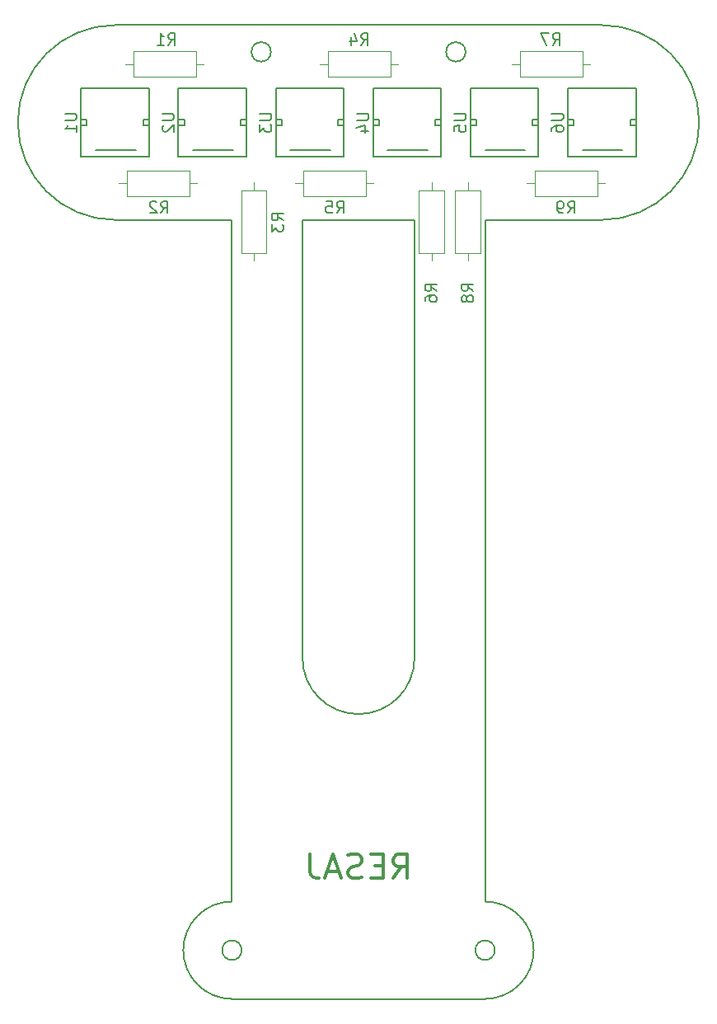
<source format=gbo>
G04 #@! TF.FileFunction,Legend,Bot*
%FSLAX46Y46*%
G04 Gerber Fmt 4.6, Leading zero omitted, Abs format (unit mm)*
G04 Created by KiCad (PCBNEW 4.0.6) date 07/01/17 21:38:31*
%MOMM*%
%LPD*%
G01*
G04 APERTURE LIST*
%ADD10C,0.100000*%
%ADD11C,0.300000*%
%ADD12C,0.150000*%
%ADD13C,0.120000*%
%ADD14C,0.200000*%
%ADD15C,2.000000*%
%ADD16O,2.000000X2.000000*%
%ADD17R,2.000000X2.800000*%
%ADD18O,2.000000X2.800000*%
%ADD19C,1.800000*%
%ADD20R,2.100000X2.100000*%
%ADD21O,2.100000X2.100000*%
G04 APERTURE END LIST*
D10*
D11*
X38571428Y12369048D02*
X39404762Y13559524D01*
X40000000Y12369048D02*
X40000000Y14869048D01*
X39047619Y14869048D01*
X38809524Y14750000D01*
X38690476Y14630952D01*
X38571428Y14392857D01*
X38571428Y14035714D01*
X38690476Y13797619D01*
X38809524Y13678571D01*
X39047619Y13559524D01*
X40000000Y13559524D01*
X37500000Y13678571D02*
X36666667Y13678571D01*
X36309524Y12369048D02*
X37500000Y12369048D01*
X37500000Y14869048D01*
X36309524Y14869048D01*
X35357143Y12488095D02*
X35000000Y12369048D01*
X34404762Y12369048D01*
X34166666Y12488095D01*
X34047619Y12607143D01*
X33928571Y12845238D01*
X33928571Y13083333D01*
X34047619Y13321429D01*
X34166666Y13440476D01*
X34404762Y13559524D01*
X34880952Y13678571D01*
X35119047Y13797619D01*
X35238095Y13916667D01*
X35357143Y14154762D01*
X35357143Y14392857D01*
X35238095Y14630952D01*
X35119047Y14750000D01*
X34880952Y14869048D01*
X34285714Y14869048D01*
X33928571Y14750000D01*
X32976191Y13083333D02*
X31785714Y13083333D01*
X33214286Y12369048D02*
X32380952Y14869048D01*
X31547619Y12369048D01*
X30000000Y14869048D02*
X30000000Y13083333D01*
X30119048Y12726190D01*
X30357143Y12488095D01*
X30714286Y12369048D01*
X30952381Y12369048D01*
D12*
X48000000Y80000000D02*
X48000000Y10000000D01*
X22000000Y80000000D02*
X22000000Y10000000D01*
X60000000Y80000000D02*
X48000000Y80000000D01*
X10000000Y80000000D02*
X22000000Y80000000D01*
X29250000Y80000000D02*
X40750000Y80000000D01*
X29250000Y35000000D02*
G75*
G03X40750000Y35000000I5750000J0D01*
G01*
X40750000Y80000000D02*
X40750000Y35000000D01*
X29250000Y80000000D02*
X29250000Y35000000D01*
X22000000Y10000000D02*
G75*
G03X22000000Y0I0J-5000000D01*
G01*
X48000000Y10000000D02*
G75*
G02X48000000Y0I0J-5000000D01*
G01*
X22000000Y0D02*
X48000000Y0D01*
X49000000Y5000000D02*
G75*
G03X49000000Y5000000I-1000000J0D01*
G01*
X23000000Y5000000D02*
G75*
G03X23000000Y5000000I-1000000J0D01*
G01*
X10000000Y80000000D02*
G75*
G02X10000000Y100000000I0J10000000D01*
G01*
X60000000Y80000000D02*
G75*
G03X60000000Y100000000I0J10000000D01*
G01*
X10000000Y100000000D02*
X60000000Y100000000D01*
X46000000Y97250000D02*
G75*
G03X46000000Y97250000I-1000000J0D01*
G01*
X26000000Y97250000D02*
G75*
G03X26000000Y97250000I-1000000J0D01*
G01*
D13*
X11870000Y94690000D02*
X11870000Y97310000D01*
X11870000Y97310000D02*
X18290000Y97310000D01*
X18290000Y97310000D02*
X18290000Y94690000D01*
X18290000Y94690000D02*
X11870000Y94690000D01*
X10980000Y96000000D02*
X11870000Y96000000D01*
X19180000Y96000000D02*
X18290000Y96000000D01*
X17630000Y85060000D02*
X17630000Y82440000D01*
X17630000Y82440000D02*
X11210000Y82440000D01*
X11210000Y82440000D02*
X11210000Y85060000D01*
X11210000Y85060000D02*
X17630000Y85060000D01*
X18520000Y83750000D02*
X17630000Y83750000D01*
X10320000Y83750000D02*
X11210000Y83750000D01*
X25560000Y76620000D02*
X22940000Y76620000D01*
X22940000Y76620000D02*
X22940000Y83040000D01*
X22940000Y83040000D02*
X25560000Y83040000D01*
X25560000Y83040000D02*
X25560000Y76620000D01*
X24250000Y75730000D02*
X24250000Y76620000D01*
X24250000Y83930000D02*
X24250000Y83040000D01*
X31870000Y94690000D02*
X31870000Y97310000D01*
X31870000Y97310000D02*
X38290000Y97310000D01*
X38290000Y97310000D02*
X38290000Y94690000D01*
X38290000Y94690000D02*
X31870000Y94690000D01*
X30980000Y96000000D02*
X31870000Y96000000D01*
X39180000Y96000000D02*
X38290000Y96000000D01*
X29370000Y82440000D02*
X29370000Y85060000D01*
X29370000Y85060000D02*
X35790000Y85060000D01*
X35790000Y85060000D02*
X35790000Y82440000D01*
X35790000Y82440000D02*
X29370000Y82440000D01*
X28480000Y83750000D02*
X29370000Y83750000D01*
X36680000Y83750000D02*
X35790000Y83750000D01*
X43810000Y76620000D02*
X41190000Y76620000D01*
X41190000Y76620000D02*
X41190000Y83040000D01*
X41190000Y83040000D02*
X43810000Y83040000D01*
X43810000Y83040000D02*
X43810000Y76620000D01*
X42500000Y75730000D02*
X42500000Y76620000D01*
X42500000Y83930000D02*
X42500000Y83040000D01*
X51620000Y94690000D02*
X51620000Y97310000D01*
X51620000Y97310000D02*
X58040000Y97310000D01*
X58040000Y97310000D02*
X58040000Y94690000D01*
X58040000Y94690000D02*
X51620000Y94690000D01*
X50730000Y96000000D02*
X51620000Y96000000D01*
X58930000Y96000000D02*
X58040000Y96000000D01*
X47560000Y76620000D02*
X44940000Y76620000D01*
X44940000Y76620000D02*
X44940000Y83040000D01*
X44940000Y83040000D02*
X47560000Y83040000D01*
X47560000Y83040000D02*
X47560000Y76620000D01*
X46250000Y75730000D02*
X46250000Y76620000D01*
X46250000Y83930000D02*
X46250000Y83040000D01*
X53120000Y82440000D02*
X53120000Y85060000D01*
X53120000Y85060000D02*
X59540000Y85060000D01*
X59540000Y85060000D02*
X59540000Y82440000D01*
X59540000Y82440000D02*
X53120000Y82440000D01*
X52230000Y83750000D02*
X53120000Y83750000D01*
X60430000Y83750000D02*
X59540000Y83750000D01*
D14*
X61800000Y87200000D02*
X62100000Y87200000D01*
X58000000Y87200000D02*
X61800000Y87200000D01*
X63500000Y90300000D02*
X62900000Y90300000D01*
X62900000Y90300000D02*
X62900000Y89700000D01*
X62900000Y89700000D02*
X63500000Y89700000D01*
X56500000Y90300000D02*
X57100000Y90300000D01*
X57100000Y90300000D02*
X57100000Y89700000D01*
X57100000Y89700000D02*
X56500000Y89700000D01*
X56500000Y93500000D02*
X56500000Y86500000D01*
X56500000Y86500000D02*
X63500000Y86500000D01*
X63500000Y86500000D02*
X63500000Y93500000D01*
X63500000Y93500000D02*
X56500000Y93500000D01*
X51800000Y87200000D02*
X52100000Y87200000D01*
X48000000Y87200000D02*
X51800000Y87200000D01*
X53500000Y90300000D02*
X52900000Y90300000D01*
X52900000Y90300000D02*
X52900000Y89700000D01*
X52900000Y89700000D02*
X53500000Y89700000D01*
X46500000Y90300000D02*
X47100000Y90300000D01*
X47100000Y90300000D02*
X47100000Y89700000D01*
X47100000Y89700000D02*
X46500000Y89700000D01*
X46500000Y93500000D02*
X46500000Y86500000D01*
X46500000Y86500000D02*
X53500000Y86500000D01*
X53500000Y86500000D02*
X53500000Y93500000D01*
X53500000Y93500000D02*
X46500000Y93500000D01*
X41800000Y87200000D02*
X42100000Y87200000D01*
X38000000Y87200000D02*
X41800000Y87200000D01*
X43500000Y90300000D02*
X42900000Y90300000D01*
X42900000Y90300000D02*
X42900000Y89700000D01*
X42900000Y89700000D02*
X43500000Y89700000D01*
X36500000Y90300000D02*
X37100000Y90300000D01*
X37100000Y90300000D02*
X37100000Y89700000D01*
X37100000Y89700000D02*
X36500000Y89700000D01*
X36500000Y93500000D02*
X36500000Y86500000D01*
X36500000Y86500000D02*
X43500000Y86500000D01*
X43500000Y86500000D02*
X43500000Y93500000D01*
X43500000Y93500000D02*
X36500000Y93500000D01*
X31800000Y87200000D02*
X32100000Y87200000D01*
X28000000Y87200000D02*
X31800000Y87200000D01*
X33500000Y90300000D02*
X32900000Y90300000D01*
X32900000Y90300000D02*
X32900000Y89700000D01*
X32900000Y89700000D02*
X33500000Y89700000D01*
X26500000Y90300000D02*
X27100000Y90300000D01*
X27100000Y90300000D02*
X27100000Y89700000D01*
X27100000Y89700000D02*
X26500000Y89700000D01*
X26500000Y93500000D02*
X26500000Y86500000D01*
X26500000Y86500000D02*
X33500000Y86500000D01*
X33500000Y86500000D02*
X33500000Y93500000D01*
X33500000Y93500000D02*
X26500000Y93500000D01*
X21800000Y87200000D02*
X22100000Y87200000D01*
X18000000Y87200000D02*
X21800000Y87200000D01*
X23500000Y90300000D02*
X22900000Y90300000D01*
X22900000Y90300000D02*
X22900000Y89700000D01*
X22900000Y89700000D02*
X23500000Y89700000D01*
X16500000Y90300000D02*
X17100000Y90300000D01*
X17100000Y90300000D02*
X17100000Y89700000D01*
X17100000Y89700000D02*
X16500000Y89700000D01*
X16500000Y93500000D02*
X16500000Y86500000D01*
X16500000Y86500000D02*
X23500000Y86500000D01*
X23500000Y86500000D02*
X23500000Y93500000D01*
X23500000Y93500000D02*
X16500000Y93500000D01*
X11800000Y87200000D02*
X12100000Y87200000D01*
X8000000Y87200000D02*
X11800000Y87200000D01*
X13500000Y90300000D02*
X12900000Y90300000D01*
X12900000Y90300000D02*
X12900000Y89700000D01*
X12900000Y89700000D02*
X13500000Y89700000D01*
X6500000Y90300000D02*
X7100000Y90300000D01*
X7100000Y90300000D02*
X7100000Y89700000D01*
X7100000Y89700000D02*
X6500000Y89700000D01*
X6500000Y93500000D02*
X6500000Y86500000D01*
X6500000Y86500000D02*
X13500000Y86500000D01*
X13500000Y86500000D02*
X13500000Y93500000D01*
X13500000Y93500000D02*
X6500000Y93500000D01*
X15449999Y97957143D02*
X15849999Y98528571D01*
X16135714Y97957143D02*
X16135714Y99157143D01*
X15678571Y99157143D01*
X15564285Y99100000D01*
X15507142Y99042857D01*
X15449999Y98928571D01*
X15449999Y98757143D01*
X15507142Y98642857D01*
X15564285Y98585714D01*
X15678571Y98528571D01*
X16135714Y98528571D01*
X14307142Y97957143D02*
X14992857Y97957143D01*
X14649999Y97957143D02*
X14649999Y99157143D01*
X14764285Y98985714D01*
X14878571Y98871429D01*
X14992857Y98814286D01*
X14699999Y80707143D02*
X15099999Y81278571D01*
X15385714Y80707143D02*
X15385714Y81907143D01*
X14928571Y81907143D01*
X14814285Y81850000D01*
X14757142Y81792857D01*
X14699999Y81678571D01*
X14699999Y81507143D01*
X14757142Y81392857D01*
X14814285Y81335714D01*
X14928571Y81278571D01*
X15385714Y81278571D01*
X14242857Y81792857D02*
X14185714Y81850000D01*
X14071428Y81907143D01*
X13785714Y81907143D01*
X13671428Y81850000D01*
X13614285Y81792857D01*
X13557142Y81678571D01*
X13557142Y81564286D01*
X13614285Y81392857D01*
X14299999Y80707143D01*
X13557142Y80707143D01*
X27292857Y79949999D02*
X26721429Y80349999D01*
X27292857Y80635714D02*
X26092857Y80635714D01*
X26092857Y80178571D01*
X26150000Y80064285D01*
X26207143Y80007142D01*
X26321429Y79949999D01*
X26492857Y79949999D01*
X26607143Y80007142D01*
X26664286Y80064285D01*
X26721429Y80178571D01*
X26721429Y80635714D01*
X26092857Y79549999D02*
X26092857Y78807142D01*
X26550000Y79207142D01*
X26550000Y79035714D01*
X26607143Y78921428D01*
X26664286Y78864285D01*
X26778571Y78807142D01*
X27064286Y78807142D01*
X27178571Y78864285D01*
X27235714Y78921428D01*
X27292857Y79035714D01*
X27292857Y79378571D01*
X27235714Y79492857D01*
X27178571Y79549999D01*
X35279999Y97957143D02*
X35679999Y98528571D01*
X35965714Y97957143D02*
X35965714Y99157143D01*
X35508571Y99157143D01*
X35394285Y99100000D01*
X35337142Y99042857D01*
X35279999Y98928571D01*
X35279999Y98757143D01*
X35337142Y98642857D01*
X35394285Y98585714D01*
X35508571Y98528571D01*
X35965714Y98528571D01*
X34251428Y98757143D02*
X34251428Y97957143D01*
X34537142Y99214286D02*
X34822857Y98357143D01*
X34079999Y98357143D01*
X32779999Y80707143D02*
X33179999Y81278571D01*
X33465714Y80707143D02*
X33465714Y81907143D01*
X33008571Y81907143D01*
X32894285Y81850000D01*
X32837142Y81792857D01*
X32779999Y81678571D01*
X32779999Y81507143D01*
X32837142Y81392857D01*
X32894285Y81335714D01*
X33008571Y81278571D01*
X33465714Y81278571D01*
X31694285Y81907143D02*
X32265714Y81907143D01*
X32322857Y81335714D01*
X32265714Y81392857D01*
X32151428Y81450000D01*
X31865714Y81450000D01*
X31751428Y81392857D01*
X31694285Y81335714D01*
X31637142Y81221429D01*
X31637142Y80935714D01*
X31694285Y80821429D01*
X31751428Y80764286D01*
X31865714Y80707143D01*
X32151428Y80707143D01*
X32265714Y80764286D01*
X32322857Y80821429D01*
X43042857Y72699999D02*
X42471429Y73099999D01*
X43042857Y73385714D02*
X41842857Y73385714D01*
X41842857Y72928571D01*
X41900000Y72814285D01*
X41957143Y72757142D01*
X42071429Y72699999D01*
X42242857Y72699999D01*
X42357143Y72757142D01*
X42414286Y72814285D01*
X42471429Y72928571D01*
X42471429Y73385714D01*
X41842857Y71671428D02*
X41842857Y71899999D01*
X41900000Y72014285D01*
X41957143Y72071428D01*
X42128571Y72185714D01*
X42357143Y72242857D01*
X42814286Y72242857D01*
X42928571Y72185714D01*
X42985714Y72128571D01*
X43042857Y72014285D01*
X43042857Y71785714D01*
X42985714Y71671428D01*
X42928571Y71614285D01*
X42814286Y71557142D01*
X42528571Y71557142D01*
X42414286Y71614285D01*
X42357143Y71671428D01*
X42300000Y71785714D01*
X42300000Y72014285D01*
X42357143Y72128571D01*
X42414286Y72185714D01*
X42528571Y72242857D01*
X54949999Y97957143D02*
X55349999Y98528571D01*
X55635714Y97957143D02*
X55635714Y99157143D01*
X55178571Y99157143D01*
X55064285Y99100000D01*
X55007142Y99042857D01*
X54949999Y98928571D01*
X54949999Y98757143D01*
X55007142Y98642857D01*
X55064285Y98585714D01*
X55178571Y98528571D01*
X55635714Y98528571D01*
X54549999Y99157143D02*
X53749999Y99157143D01*
X54264285Y97957143D01*
X46792857Y72699999D02*
X46221429Y73099999D01*
X46792857Y73385714D02*
X45592857Y73385714D01*
X45592857Y72928571D01*
X45650000Y72814285D01*
X45707143Y72757142D01*
X45821429Y72699999D01*
X45992857Y72699999D01*
X46107143Y72757142D01*
X46164286Y72814285D01*
X46221429Y72928571D01*
X46221429Y73385714D01*
X46107143Y72014285D02*
X46050000Y72128571D01*
X45992857Y72185714D01*
X45878571Y72242857D01*
X45821429Y72242857D01*
X45707143Y72185714D01*
X45650000Y72128571D01*
X45592857Y72014285D01*
X45592857Y71785714D01*
X45650000Y71671428D01*
X45707143Y71614285D01*
X45821429Y71557142D01*
X45878571Y71557142D01*
X45992857Y71614285D01*
X46050000Y71671428D01*
X46107143Y71785714D01*
X46107143Y72014285D01*
X46164286Y72128571D01*
X46221429Y72185714D01*
X46335714Y72242857D01*
X46564286Y72242857D01*
X46678571Y72185714D01*
X46735714Y72128571D01*
X46792857Y72014285D01*
X46792857Y71785714D01*
X46735714Y71671428D01*
X46678571Y71614285D01*
X46564286Y71557142D01*
X46335714Y71557142D01*
X46221429Y71614285D01*
X46164286Y71671428D01*
X46107143Y71785714D01*
X56529999Y80707143D02*
X56929999Y81278571D01*
X57215714Y80707143D02*
X57215714Y81907143D01*
X56758571Y81907143D01*
X56644285Y81850000D01*
X56587142Y81792857D01*
X56529999Y81678571D01*
X56529999Y81507143D01*
X56587142Y81392857D01*
X56644285Y81335714D01*
X56758571Y81278571D01*
X57215714Y81278571D01*
X55958571Y80707143D02*
X55729999Y80707143D01*
X55615714Y80764286D01*
X55558571Y80821429D01*
X55444285Y80992857D01*
X55387142Y81221429D01*
X55387142Y81678571D01*
X55444285Y81792857D01*
X55501428Y81850000D01*
X55615714Y81907143D01*
X55844285Y81907143D01*
X55958571Y81850000D01*
X56015714Y81792857D01*
X56072857Y81678571D01*
X56072857Y81392857D01*
X56015714Y81278571D01*
X55958571Y81221429D01*
X55844285Y81164286D01*
X55615714Y81164286D01*
X55501428Y81221429D01*
X55444285Y81278571D01*
X55387142Y81392857D01*
X54842857Y90914286D02*
X55814286Y90914286D01*
X55928571Y90857143D01*
X55985714Y90800000D01*
X56042857Y90685714D01*
X56042857Y90457143D01*
X55985714Y90342857D01*
X55928571Y90285714D01*
X55814286Y90228571D01*
X54842857Y90228571D01*
X54842857Y89142857D02*
X54842857Y89371428D01*
X54900000Y89485714D01*
X54957143Y89542857D01*
X55128571Y89657143D01*
X55357143Y89714286D01*
X55814286Y89714286D01*
X55928571Y89657143D01*
X55985714Y89600000D01*
X56042857Y89485714D01*
X56042857Y89257143D01*
X55985714Y89142857D01*
X55928571Y89085714D01*
X55814286Y89028571D01*
X55528571Y89028571D01*
X55414286Y89085714D01*
X55357143Y89142857D01*
X55300000Y89257143D01*
X55300000Y89485714D01*
X55357143Y89600000D01*
X55414286Y89657143D01*
X55528571Y89714286D01*
X44842857Y90914286D02*
X45814286Y90914286D01*
X45928571Y90857143D01*
X45985714Y90800000D01*
X46042857Y90685714D01*
X46042857Y90457143D01*
X45985714Y90342857D01*
X45928571Y90285714D01*
X45814286Y90228571D01*
X44842857Y90228571D01*
X44842857Y89085714D02*
X44842857Y89657143D01*
X45414286Y89714286D01*
X45357143Y89657143D01*
X45300000Y89542857D01*
X45300000Y89257143D01*
X45357143Y89142857D01*
X45414286Y89085714D01*
X45528571Y89028571D01*
X45814286Y89028571D01*
X45928571Y89085714D01*
X45985714Y89142857D01*
X46042857Y89257143D01*
X46042857Y89542857D01*
X45985714Y89657143D01*
X45928571Y89714286D01*
X34842857Y90914286D02*
X35814286Y90914286D01*
X35928571Y90857143D01*
X35985714Y90800000D01*
X36042857Y90685714D01*
X36042857Y90457143D01*
X35985714Y90342857D01*
X35928571Y90285714D01*
X35814286Y90228571D01*
X34842857Y90228571D01*
X35242857Y89142857D02*
X36042857Y89142857D01*
X34785714Y89428571D02*
X35642857Y89714286D01*
X35642857Y88971428D01*
X24842857Y90914286D02*
X25814286Y90914286D01*
X25928571Y90857143D01*
X25985714Y90800000D01*
X26042857Y90685714D01*
X26042857Y90457143D01*
X25985714Y90342857D01*
X25928571Y90285714D01*
X25814286Y90228571D01*
X24842857Y90228571D01*
X24842857Y89771428D02*
X24842857Y89028571D01*
X25300000Y89428571D01*
X25300000Y89257143D01*
X25357143Y89142857D01*
X25414286Y89085714D01*
X25528571Y89028571D01*
X25814286Y89028571D01*
X25928571Y89085714D01*
X25985714Y89142857D01*
X26042857Y89257143D01*
X26042857Y89600000D01*
X25985714Y89714286D01*
X25928571Y89771428D01*
X14842857Y90914286D02*
X15814286Y90914286D01*
X15928571Y90857143D01*
X15985714Y90800000D01*
X16042857Y90685714D01*
X16042857Y90457143D01*
X15985714Y90342857D01*
X15928571Y90285714D01*
X15814286Y90228571D01*
X14842857Y90228571D01*
X14957143Y89714286D02*
X14900000Y89657143D01*
X14842857Y89542857D01*
X14842857Y89257143D01*
X14900000Y89142857D01*
X14957143Y89085714D01*
X15071429Y89028571D01*
X15185714Y89028571D01*
X15357143Y89085714D01*
X16042857Y89771428D01*
X16042857Y89028571D01*
X4842857Y90914286D02*
X5814286Y90914286D01*
X5928571Y90857143D01*
X5985714Y90800000D01*
X6042857Y90685714D01*
X6042857Y90457143D01*
X5985714Y90342857D01*
X5928571Y90285714D01*
X5814286Y90228571D01*
X4842857Y90228571D01*
X6042857Y89028571D02*
X6042857Y89714286D01*
X6042857Y89371428D02*
X4842857Y89371428D01*
X5014286Y89485714D01*
X5128571Y89600000D01*
X5185714Y89714286D01*
%LPC*%
D15*
X10000000Y96000000D03*
D16*
X20160000Y96000000D03*
D15*
X19500000Y83750000D03*
D16*
X9340000Y83750000D03*
D15*
X24250000Y74750000D03*
D16*
X24250000Y84910000D03*
D15*
X30000000Y96000000D03*
D16*
X40160000Y96000000D03*
D15*
X27500000Y83750000D03*
D16*
X37660000Y83750000D03*
D15*
X42500000Y74750000D03*
D16*
X42500000Y84910000D03*
D15*
X49750000Y96000000D03*
D16*
X59910000Y96000000D03*
D15*
X46250000Y74750000D03*
D16*
X46250000Y84910000D03*
D15*
X51250000Y83750000D03*
D16*
X61410000Y83750000D03*
D17*
X43890000Y24500000D03*
D18*
X26110000Y16880000D03*
X41350000Y24500000D03*
X28650000Y16880000D03*
X38810000Y24500000D03*
X31190000Y16880000D03*
X36270000Y24500000D03*
X33730000Y16880000D03*
X33730000Y24500000D03*
X36270000Y16880000D03*
X31190000Y24500000D03*
X38810000Y16880000D03*
X28650000Y24500000D03*
X41350000Y16880000D03*
X26110000Y24500000D03*
X43890000Y16880000D03*
D19*
X58600000Y91400000D03*
X61400000Y91400000D03*
X58600000Y88600000D03*
X61400000Y88600000D03*
X48600000Y91400000D03*
X51400000Y91400000D03*
X48600000Y88600000D03*
X51400000Y88600000D03*
X38600000Y91400000D03*
X41400000Y91400000D03*
X38600000Y88600000D03*
X41400000Y88600000D03*
X28600000Y91400000D03*
X31400000Y91400000D03*
X28600000Y88600000D03*
X31400000Y88600000D03*
X18600000Y91400000D03*
X21400000Y91400000D03*
X18600000Y88600000D03*
X21400000Y88600000D03*
X8600000Y91400000D03*
X11400000Y91400000D03*
X8600000Y88600000D03*
X11400000Y88600000D03*
D20*
X42620000Y10250000D03*
D21*
X40080000Y10250000D03*
X37540000Y10250000D03*
X35000000Y10250000D03*
X32460000Y10250000D03*
X29920000Y10250000D03*
X27380000Y10250000D03*
M02*

</source>
